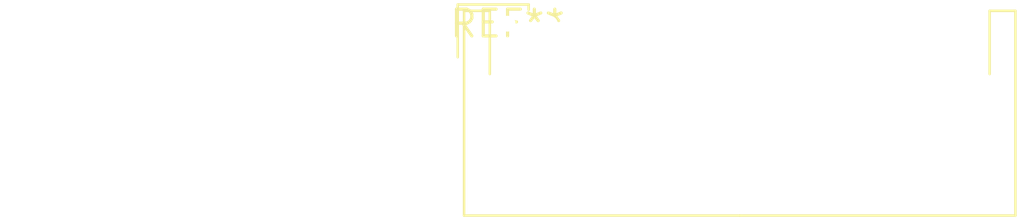
<source format=kicad_pcb>
(kicad_pcb (version 20240108) (generator pcbnew)
  (layers (0 "F.Cu" signal) (31 "B.Cu" signal) (34 "B.Paste" user) (35 "F.Paste" user) (36 "B.SilkS" user "B.Silkscreen") (37 "F.SilkS" user "F.Silkscreen") (38 "B.Mask" user) (39 "F.Mask" user) (44 "Edge.Cuts" user))
  (net 0 "")
  (footprint "JST_PHD_S24B-PHDSS_2x12_P2.00mm_Horizontal" (layer "F.Cu") (at 0 0)
    (property "Reference" "REF**")
    (property "Value" "JST_PHD_S24B-PHDSS_2x12_P2.00mm_Horizontal")
    (fp_line (start -2.36 -0.91) (end -2.36 1.59) (layer "F.SilkS") (stroke (width 0.12)))
    (fp_line (start -2.06 -0.61) (end -2.06 9.11) (layer "F.SilkS") (stroke (width 0.12)))
    (fp_line (start -2.06 9.11) (end 11 9.11) (layer "F.SilkS") (stroke (width 0.12)))
    (fp_line (start -0.84 -0.61) (end -2.06 -0.61) (layer "F.SilkS") (stroke (width 0.12)))
    (fp_line (start -0.84 2.39) (end -0.84 -0.61) (layer "F.SilkS") (stroke (width 0.12)))
    (fp_line (start 1 -0.91) (end -2.36 -0.91) (layer "F.SilkS") (stroke (width 0.12)))
    (fp_line (start 1 -0.66) (end 1 -0.91) (layer "F.SilkS") (stroke (width 0.12)))
    (fp_line (start 22.84 -0.61) (end 24.06 -0.61) (layer "F.SilkS") (stroke (width 0.12)))
    (fp_line (start 22.84 2.39) (end 22.84 -0.61) (layer "F.SilkS") (stroke (width 0.12)))
    (fp_line (start 24.06 -0.61) (end 24.06 9.11) (layer "F.SilkS") (stroke (width 0.12)))
    (fp_line (start 24.06 9.11) (end 11 9.11) (layer "F.SilkS") (stroke (width 0.12)))
    (pad "1" thru_hole roundrect (at 0 0) (size 1.2 1.2) (drill 0.75) (layers *.Cu *.Mask) (remove_unused_layers) (roundrect_rratio 0.208333))
    (pad "2" thru_hole circle (at 0 2) (size 1.2 1.2) (drill 0.75) (layers *.Cu *.Mask) (remove_unused_layers))
    (pad "3" thru_hole circle (at 2 0) (size 1.2 1.2) (drill 0.75) (layers *.Cu *.Mask) (remove_unused_layers))
    (pad "4" thru_hole circle (at 2 2) (size 1.2 1.2) (drill 0.75) (layers *.Cu *.Mask) (remove_unused_layers))
    (pad "5" thru_hole circle (at 4 0) (size 1.2 1.2) (drill 0.75) (layers *.Cu *.Mask) (remove_unused_layers))
    (pad "6" thru_hole circle (at 4 2) (size 1.2 1.2) (drill 0.75) (layers *.Cu *.Mask) (remove_unused_layers))
    (pad "7" thru_hole circle (at 6 0) (size 1.2 1.2) (drill 0.75) (layers *.Cu *.Mask) (remove_unused_layers))
    (pad "8" thru_hole circle (at 6 2) (size 1.2 1.2) (drill 0.75) (layers *.Cu *.Mask) (remove_unused_layers))
    (pad "9" thru_hole circle (at 8 0) (size 1.2 1.2) (drill 0.75) (layers *.Cu *.Mask) (remove_unused_layers))
    (pad "10" thru_hole circle (at 8 2) (size 1.2 1.2) (drill 0.75) (layers *.Cu *.Mask) (remove_unused_layers))
    (pad "11" thru_hole circle (at 10 0) (size 1.2 1.2) (drill 0.75) (layers *.Cu *.Mask) (remove_unused_layers))
    (pad "12" thru_hole circle (at 10 2) (size 1.2 1.2) (drill 0.75) (layers *.Cu *.Mask) (remove_unused_layers))
    (pad "13" thru_hole circle (at 12 0) (size 1.2 1.2) (drill 0.75) (layers *.Cu *.Mask) (remove_unused_layers))
    (pad "14" thru_hole circle (at 12 2) (size 1.2 1.2) (drill 0.75) (layers *.Cu *.Mask) (remove_unused_layers))
    (pad "15" thru_hole circle (at 14 0) (size 1.2 1.2) (drill 0.75) (layers *.Cu *.Mask) (remove_unused_layers))
    (pad "16" thru_hole circle (at 14 2) (size 1.2 1.2) (drill 0.75) (layers *.Cu *.Mask) (remove_unused_layers))
    (pad "17" thru_hole circle (at 16 0) (size 1.2 1.2) (drill 0.75) (layers *.Cu *.Mask) (remove_unused_layers))
    (pad "18" thru_hole circle (at 16 2) (size 1.2 1.2) (drill 0.75) (layers *.Cu *.Mask) (remove_unused_layers))
    (pad "19" thru_hole circle (at 18 0) (size 1.2 1.2) (drill 0.75) (layers *.Cu *.Mask) (remove_unused_layers))
    (pad "20" thru_hole circle (at 18 2) (size 1.2 1.2) (drill 0.75) (layers *.Cu *.Mask) (remove_unused_layers))
    (pad "21" thru_hole circle (at 20 0) (size 1.2 1.2) (drill 0.75) (layers *.Cu *.Mask) (remove_unused_layers))
    (pad "22" thru_hole circle (at 20 2) (size 1.2 1.2) (drill 0.75) (layers *.Cu *.Mask) (remove_unused_layers))
    (pad "23" thru_hole circle (at 22 0) (size 1.2 1.2) (drill 0.75) (layers *.Cu *.Mask) (remove_unused_layers))
    (pad "24" thru_hole circle (at 22 2) (size 1.2 1.2) (drill 0.75) (layers *.Cu *.Mask) (remove_unused_layers))
  )
)
</source>
